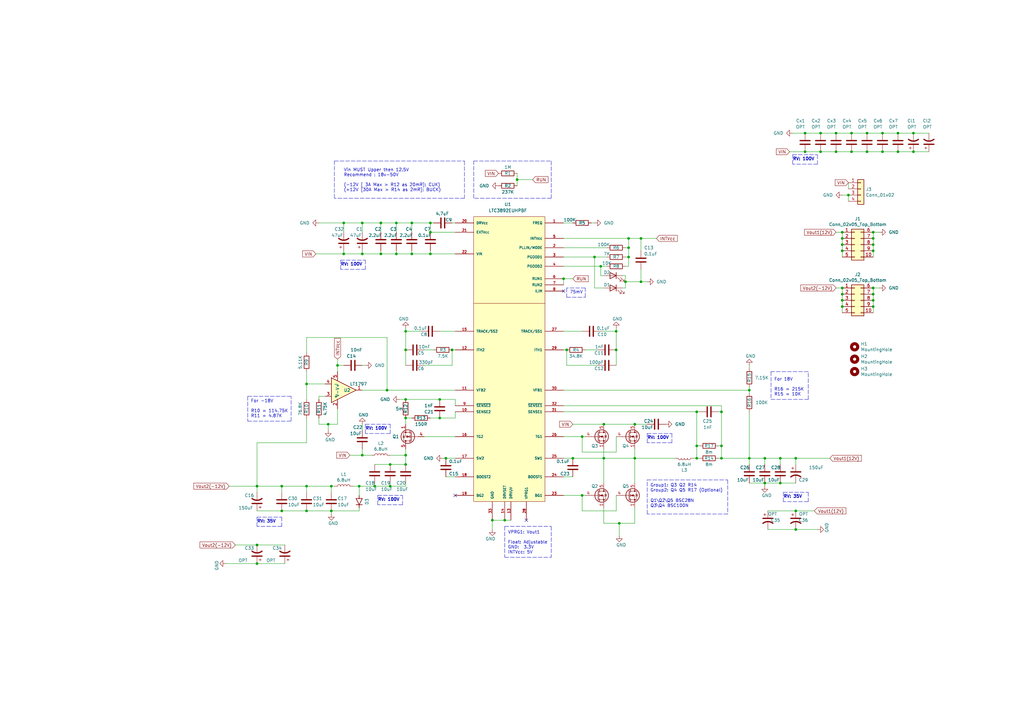
<source format=kicad_sch>
(kicad_sch (version 20210621) (generator eeschema)
  (paper "A3")
  (junction (at 105.41 199.39))
  (junction (at 105.41 223.52))
  (junction (at 105.41 231.14))
  (junction (at 115.57 199.39))
  (junction (at 115.57 209.55))
  (junction (at 125.73 157.48))
  (junction (at 125.73 199.39))
  (junction (at 125.73 209.55))
  (junction (at 134.62 173.99))
  (junction (at 135.89 199.39))
  (junction (at 135.89 209.55))
  (junction (at 138.43 149.86))
  (junction (at 140.97 91.44))
  (junction (at 140.97 104.14))
  (junction (at 147.32 199.39))
  (junction (at 148.59 91.44))
  (junction (at 148.59 104.14))
  (junction (at 148.59 186.69))
  (junction (at 153.67 199.39))
  (junction (at 156.21 91.44))
  (junction (at 156.21 104.14))
  (junction (at 158.75 160.02))
  (junction (at 160.02 190.5))
  (junction (at 160.02 199.39))
  (junction (at 162.56 91.44))
  (junction (at 162.56 104.14))
  (junction (at 166.37 135.89))
  (junction (at 166.37 143.51))
  (junction (at 166.37 163.83))
  (junction (at 166.37 171.45))
  (junction (at 166.37 186.69))
  (junction (at 166.37 190.5))
  (junction (at 168.91 91.44))
  (junction (at 168.91 104.14))
  (junction (at 176.53 91.44))
  (junction (at 176.53 95.25))
  (junction (at 176.53 104.14))
  (junction (at 180.34 163.83))
  (junction (at 180.34 171.45))
  (junction (at 182.88 187.96))
  (junction (at 185.42 143.51))
  (junction (at 201.93 213.36))
  (junction (at 207.01 213.36))
  (junction (at 212.09 73.66))
  (junction (at 231.14 114.3))
  (junction (at 232.41 143.51))
  (junction (at 234.95 187.96))
  (junction (at 238.76 179.07))
  (junction (at 238.76 203.2))
  (junction (at 243.84 105.41))
  (junction (at 246.38 109.22))
  (junction (at 247.65 173.99))
  (junction (at 247.65 187.96))
  (junction (at 252.73 135.89))
  (junction (at 252.73 143.51))
  (junction (at 254 214.63))
  (junction (at 256.54 115.57))
  (junction (at 257.81 97.79))
  (junction (at 257.81 101.6))
  (junction (at 257.81 105.41))
  (junction (at 260.35 173.99))
  (junction (at 260.35 187.96))
  (junction (at 262.89 97.79))
  (junction (at 262.89 115.57))
  (junction (at 285.75 168.91))
  (junction (at 285.75 182.88))
  (junction (at 285.75 187.96))
  (junction (at 295.91 168.91))
  (junction (at 295.91 182.88))
  (junction (at 295.91 187.96))
  (junction (at 307.34 160.02))
  (junction (at 307.34 187.96))
  (junction (at 313.69 187.96))
  (junction (at 313.69 198.12))
  (junction (at 320.04 187.96))
  (junction (at 320.04 198.12))
  (junction (at 326.39 187.96))
  (junction (at 326.39 209.55))
  (junction (at 326.39 217.17))
  (junction (at 330.2 54.61))
  (junction (at 330.2 62.23))
  (junction (at 336.55 54.61))
  (junction (at 336.55 62.23))
  (junction (at 342.9 54.61))
  (junction (at 342.9 62.23))
  (junction (at 345.44 95.25))
  (junction (at 345.44 97.79))
  (junction (at 345.44 100.33))
  (junction (at 345.44 102.87))
  (junction (at 345.44 118.11))
  (junction (at 345.44 120.65))
  (junction (at 345.44 123.19))
  (junction (at 345.44 125.73))
  (junction (at 347.98 80.01))
  (junction (at 349.25 54.61))
  (junction (at 349.25 62.23))
  (junction (at 355.6 54.61))
  (junction (at 355.6 62.23))
  (junction (at 358.14 95.25))
  (junction (at 358.14 97.79))
  (junction (at 358.14 100.33))
  (junction (at 358.14 102.87))
  (junction (at 358.14 118.11))
  (junction (at 358.14 120.65))
  (junction (at 358.14 123.19))
  (junction (at 358.14 125.73))
  (junction (at 361.95 54.61))
  (junction (at 361.95 62.23))
  (junction (at 368.3 54.61))
  (junction (at 368.3 62.23))
  (junction (at 374.65 54.61))
  (junction (at 374.65 62.23))
  (no_connect (at 186.69 203.2))
  (no_connect (at 215.9 213.36))
  (no_connect (at 231.14 119.38))
  (wire (pts (xy 92.71 231.14) (xy 105.41 231.14)))
  (wire (pts (xy 93.98 199.39) (xy 105.41 199.39)))
  (wire (pts (xy 105.41 181.61) (xy 105.41 199.39)))
  (wire (pts (xy 105.41 199.39) (xy 105.41 201.93)))
  (wire (pts (xy 105.41 199.39) (xy 115.57 199.39)))
  (wire (pts (xy 105.41 209.55) (xy 115.57 209.55)))
  (wire (pts (xy 105.41 223.52) (xy 96.52 223.52)))
  (wire (pts (xy 105.41 223.52) (xy 116.84 223.52)))
  (wire (pts (xy 105.41 231.14) (xy 116.84 231.14)))
  (wire (pts (xy 115.57 199.39) (xy 125.73 199.39)))
  (wire (pts (xy 115.57 201.93) (xy 115.57 199.39)))
  (wire (pts (xy 115.57 209.55) (xy 125.73 209.55)))
  (wire (pts (xy 125.73 138.43) (xy 125.73 144.78)))
  (wire (pts (xy 125.73 152.4) (xy 125.73 157.48)))
  (wire (pts (xy 125.73 157.48) (xy 125.73 163.83)))
  (wire (pts (xy 125.73 171.45) (xy 125.73 181.61)))
  (wire (pts (xy 125.73 181.61) (xy 105.41 181.61)))
  (wire (pts (xy 125.73 199.39) (xy 135.89 199.39)))
  (wire (pts (xy 125.73 201.93) (xy 125.73 199.39)))
  (wire (pts (xy 125.73 209.55) (xy 135.89 209.55)))
  (wire (pts (xy 129.54 104.14) (xy 140.97 104.14)))
  (wire (pts (xy 130.81 91.44) (xy 140.97 91.44)))
  (wire (pts (xy 130.81 162.56) (xy 133.35 162.56)))
  (wire (pts (xy 130.81 163.83) (xy 130.81 162.56)))
  (wire (pts (xy 130.81 171.45) (xy 130.81 173.99)))
  (wire (pts (xy 130.81 173.99) (xy 134.62 173.99)))
  (wire (pts (xy 133.35 157.48) (xy 125.73 157.48)))
  (wire (pts (xy 134.62 173.99) (xy 134.62 176.53)))
  (wire (pts (xy 135.89 199.39) (xy 135.89 201.93)))
  (wire (pts (xy 135.89 209.55) (xy 135.89 210.82)))
  (wire (pts (xy 135.89 209.55) (xy 147.32 209.55)))
  (wire (pts (xy 137.16 199.39) (xy 135.89 199.39)))
  (wire (pts (xy 138.43 149.86) (xy 138.43 147.32)))
  (wire (pts (xy 138.43 152.4) (xy 138.43 149.86)))
  (wire (pts (xy 138.43 173.99) (xy 134.62 173.99)))
  (wire (pts (xy 138.43 173.99) (xy 138.43 167.64)))
  (wire (pts (xy 140.97 91.44) (xy 148.59 91.44)))
  (wire (pts (xy 140.97 95.25) (xy 140.97 91.44)))
  (wire (pts (xy 140.97 102.87) (xy 140.97 104.14)))
  (wire (pts (xy 140.97 104.14) (xy 148.59 104.14)))
  (wire (pts (xy 140.97 149.86) (xy 138.43 149.86)))
  (wire (pts (xy 147.32 199.39) (xy 144.78 199.39)))
  (wire (pts (xy 147.32 203.2) (xy 147.32 199.39)))
  (wire (pts (xy 147.32 208.28) (xy 147.32 209.55)))
  (wire (pts (xy 148.59 91.44) (xy 156.21 91.44)))
  (wire (pts (xy 148.59 95.25) (xy 148.59 91.44)))
  (wire (pts (xy 148.59 102.87) (xy 148.59 104.14)))
  (wire (pts (xy 148.59 104.14) (xy 156.21 104.14)))
  (wire (pts (xy 148.59 149.86) (xy 149.86 149.86)))
  (wire (pts (xy 148.59 176.53) (xy 148.59 173.99)))
  (wire (pts (xy 148.59 184.15) (xy 148.59 186.69)))
  (wire (pts (xy 148.59 186.69) (xy 143.51 186.69)))
  (wire (pts (xy 152.4 186.69) (xy 148.59 186.69)))
  (wire (pts (xy 153.67 190.5) (xy 160.02 190.5)))
  (wire (pts (xy 153.67 198.12) (xy 153.67 199.39)))
  (wire (pts (xy 153.67 199.39) (xy 147.32 199.39)))
  (wire (pts (xy 156.21 91.44) (xy 162.56 91.44)))
  (wire (pts (xy 156.21 95.25) (xy 156.21 91.44)))
  (wire (pts (xy 156.21 102.87) (xy 156.21 104.14)))
  (wire (pts (xy 156.21 104.14) (xy 162.56 104.14)))
  (wire (pts (xy 158.75 138.43) (xy 125.73 138.43)))
  (wire (pts (xy 158.75 160.02) (xy 148.59 160.02)))
  (wire (pts (xy 158.75 160.02) (xy 158.75 138.43)))
  (wire (pts (xy 160.02 186.69) (xy 166.37 186.69)))
  (wire (pts (xy 160.02 190.5) (xy 166.37 190.5)))
  (wire (pts (xy 160.02 198.12) (xy 160.02 199.39)))
  (wire (pts (xy 160.02 199.39) (xy 153.67 199.39)))
  (wire (pts (xy 162.56 91.44) (xy 168.91 91.44)))
  (wire (pts (xy 162.56 95.25) (xy 162.56 91.44)))
  (wire (pts (xy 162.56 102.87) (xy 162.56 104.14)))
  (wire (pts (xy 162.56 104.14) (xy 168.91 104.14)))
  (wire (pts (xy 166.37 134.62) (xy 166.37 135.89)))
  (wire (pts (xy 166.37 135.89) (xy 172.72 135.89)))
  (wire (pts (xy 166.37 143.51) (xy 166.37 135.89)))
  (wire (pts (xy 166.37 149.86) (xy 166.37 143.51)))
  (wire (pts (xy 166.37 163.83) (xy 163.83 163.83)))
  (wire (pts (xy 166.37 171.45) (xy 166.37 173.99)))
  (wire (pts (xy 166.37 184.15) (xy 166.37 186.69)))
  (wire (pts (xy 166.37 186.69) (xy 166.37 190.5)))
  (wire (pts (xy 166.37 198.12) (xy 166.37 199.39)))
  (wire (pts (xy 166.37 199.39) (xy 160.02 199.39)))
  (wire (pts (xy 168.91 91.44) (xy 176.53 91.44)))
  (wire (pts (xy 168.91 95.25) (xy 168.91 91.44)))
  (wire (pts (xy 168.91 102.87) (xy 168.91 104.14)))
  (wire (pts (xy 168.91 104.14) (xy 176.53 104.14)))
  (wire (pts (xy 168.91 171.45) (xy 166.37 171.45)))
  (wire (pts (xy 176.53 91.44) (xy 177.8 91.44)))
  (wire (pts (xy 176.53 95.25) (xy 176.53 91.44)))
  (wire (pts (xy 176.53 95.25) (xy 186.69 95.25)))
  (wire (pts (xy 176.53 102.87) (xy 176.53 104.14)))
  (wire (pts (xy 177.8 143.51) (xy 173.99 143.51)))
  (wire (pts (xy 180.34 135.89) (xy 186.69 135.89)))
  (wire (pts (xy 180.34 163.83) (xy 166.37 163.83)))
  (wire (pts (xy 180.34 163.83) (xy 186.69 163.83)))
  (wire (pts (xy 180.34 171.45) (xy 176.53 171.45)))
  (wire (pts (xy 180.34 171.45) (xy 186.69 171.45)))
  (wire (pts (xy 181.61 187.96) (xy 182.88 187.96)))
  (wire (pts (xy 182.88 187.96) (xy 186.69 187.96)))
  (wire (pts (xy 185.42 143.51) (xy 185.42 149.86)))
  (wire (pts (xy 185.42 143.51) (xy 186.69 143.51)))
  (wire (pts (xy 185.42 149.86) (xy 173.99 149.86)))
  (wire (pts (xy 186.69 91.44) (xy 185.42 91.44)))
  (wire (pts (xy 186.69 104.14) (xy 176.53 104.14)))
  (wire (pts (xy 186.69 160.02) (xy 158.75 160.02)))
  (wire (pts (xy 186.69 163.83) (xy 186.69 166.37)))
  (wire (pts (xy 186.69 171.45) (xy 186.69 168.91)))
  (wire (pts (xy 186.69 179.07) (xy 173.99 179.07)))
  (wire (pts (xy 186.69 195.58) (xy 182.88 195.58)))
  (wire (pts (xy 201.93 213.36) (xy 201.93 217.17)))
  (wire (pts (xy 207.01 213.36) (xy 201.93 213.36)))
  (wire (pts (xy 209.55 213.36) (xy 207.01 213.36)))
  (wire (pts (xy 212.09 71.12) (xy 212.09 73.66)))
  (wire (pts (xy 212.09 73.66) (xy 212.09 76.2)))
  (wire (pts (xy 212.09 73.66) (xy 218.44 73.66)))
  (wire (pts (xy 231.14 97.79) (xy 257.81 97.79)))
  (wire (pts (xy 231.14 105.41) (xy 243.84 105.41)))
  (wire (pts (xy 231.14 109.22) (xy 246.38 109.22)))
  (wire (pts (xy 231.14 114.3) (xy 234.95 114.3)))
  (wire (pts (xy 231.14 116.84) (xy 231.14 114.3)))
  (wire (pts (xy 231.14 160.02) (xy 307.34 160.02)))
  (wire (pts (xy 231.14 166.37) (xy 295.91 166.37)))
  (wire (pts (xy 231.14 168.91) (xy 285.75 168.91)))
  (wire (pts (xy 231.14 195.58) (xy 234.95 195.58)))
  (wire (pts (xy 232.41 143.51) (xy 231.14 143.51)))
  (wire (pts (xy 232.41 143.51) (xy 232.41 149.86)))
  (wire (pts (xy 232.41 149.86) (xy 245.11 149.86)))
  (wire (pts (xy 234.95 91.44) (xy 231.14 91.44)))
  (wire (pts (xy 234.95 173.99) (xy 247.65 173.99)))
  (wire (pts (xy 234.95 187.96) (xy 231.14 187.96)))
  (wire (pts (xy 234.95 187.96) (xy 247.65 187.96)))
  (wire (pts (xy 238.76 135.89) (xy 231.14 135.89)))
  (wire (pts (xy 238.76 179.07) (xy 231.14 179.07)))
  (wire (pts (xy 238.76 185.42) (xy 238.76 179.07)))
  (wire (pts (xy 238.76 203.2) (xy 231.14 203.2)))
  (wire (pts (xy 238.76 209.55) (xy 238.76 203.2)))
  (wire (pts (xy 240.03 143.51) (xy 245.11 143.51)))
  (wire (pts (xy 240.03 179.07) (xy 238.76 179.07)))
  (wire (pts (xy 240.03 203.2) (xy 238.76 203.2)))
  (wire (pts (xy 242.57 91.44) (xy 243.84 91.44)))
  (wire (pts (xy 243.84 105.41) (xy 248.92 105.41)))
  (wire (pts (xy 243.84 118.11) (xy 243.84 105.41)))
  (wire (pts (xy 246.38 109.22) (xy 248.92 109.22)))
  (wire (pts (xy 246.38 113.03) (xy 246.38 109.22)))
  (wire (pts (xy 246.38 135.89) (xy 252.73 135.89)))
  (wire (pts (xy 247.65 113.03) (xy 246.38 113.03)))
  (wire (pts (xy 247.65 118.11) (xy 243.84 118.11)))
  (wire (pts (xy 247.65 173.99) (xy 260.35 173.99)))
  (wire (pts (xy 247.65 184.15) (xy 247.65 187.96)))
  (wire (pts (xy 247.65 187.96) (xy 247.65 198.12)))
  (wire (pts (xy 247.65 187.96) (xy 260.35 187.96)))
  (wire (pts (xy 247.65 208.28) (xy 247.65 214.63)))
  (wire (pts (xy 247.65 214.63) (xy 254 214.63)))
  (wire (pts (xy 248.92 101.6) (xy 231.14 101.6)))
  (wire (pts (xy 252.73 135.89) (xy 252.73 134.62)))
  (wire (pts (xy 252.73 143.51) (xy 252.73 135.89)))
  (wire (pts (xy 252.73 149.86) (xy 252.73 143.51)))
  (wire (pts (xy 252.73 179.07) (xy 252.73 185.42)))
  (wire (pts (xy 252.73 185.42) (xy 238.76 185.42)))
  (wire (pts (xy 252.73 203.2) (xy 252.73 209.55)))
  (wire (pts (xy 252.73 209.55) (xy 238.76 209.55)))
  (wire (pts (xy 254 214.63) (xy 260.35 214.63)))
  (wire (pts (xy 254 219.71) (xy 254 214.63)))
  (wire (pts (xy 255.27 113.03) (xy 256.54 113.03)))
  (wire (pts (xy 256.54 105.41) (xy 257.81 105.41)))
  (wire (pts (xy 256.54 109.22) (xy 257.81 109.22)))
  (wire (pts (xy 256.54 113.03) (xy 256.54 115.57)))
  (wire (pts (xy 256.54 115.57) (xy 256.54 118.11)))
  (wire (pts (xy 256.54 115.57) (xy 262.89 115.57)))
  (wire (pts (xy 256.54 118.11) (xy 255.27 118.11)))
  (wire (pts (xy 257.81 97.79) (xy 257.81 101.6)))
  (wire (pts (xy 257.81 97.79) (xy 262.89 97.79)))
  (wire (pts (xy 257.81 101.6) (xy 256.54 101.6)))
  (wire (pts (xy 257.81 101.6) (xy 257.81 105.41)))
  (wire (pts (xy 257.81 105.41) (xy 257.81 109.22)))
  (wire (pts (xy 260.35 173.99) (xy 265.43 173.99)))
  (wire (pts (xy 260.35 184.15) (xy 260.35 187.96)))
  (wire (pts (xy 260.35 187.96) (xy 260.35 198.12)))
  (wire (pts (xy 260.35 187.96) (xy 276.86 187.96)))
  (wire (pts (xy 260.35 208.28) (xy 260.35 214.63)))
  (wire (pts (xy 262.89 97.79) (xy 262.89 102.87)))
  (wire (pts (xy 262.89 97.79) (xy 269.24 97.79)))
  (wire (pts (xy 262.89 110.49) (xy 262.89 115.57)))
  (wire (pts (xy 262.89 115.57) (xy 265.43 115.57)))
  (wire (pts (xy 285.75 168.91) (xy 285.75 182.88)))
  (wire (pts (xy 285.75 182.88) (xy 285.75 187.96)))
  (wire (pts (xy 285.75 187.96) (xy 284.48 187.96)))
  (wire (pts (xy 287.02 168.91) (xy 285.75 168.91)))
  (wire (pts (xy 287.02 182.88) (xy 285.75 182.88)))
  (wire (pts (xy 287.02 187.96) (xy 285.75 187.96)))
  (wire (pts (xy 294.64 168.91) (xy 295.91 168.91)))
  (wire (pts (xy 294.64 182.88) (xy 295.91 182.88)))
  (wire (pts (xy 294.64 187.96) (xy 295.91 187.96)))
  (wire (pts (xy 295.91 166.37) (xy 295.91 168.91)))
  (wire (pts (xy 295.91 168.91) (xy 295.91 182.88)))
  (wire (pts (xy 295.91 182.88) (xy 295.91 187.96)))
  (wire (pts (xy 295.91 187.96) (xy 307.34 187.96)))
  (wire (pts (xy 307.34 151.13) (xy 307.34 149.86)))
  (wire (pts (xy 307.34 160.02) (xy 307.34 158.75)))
  (wire (pts (xy 307.34 160.02) (xy 307.34 161.29)))
  (wire (pts (xy 307.34 168.91) (xy 307.34 187.96)))
  (wire (pts (xy 307.34 187.96) (xy 313.69 187.96)))
  (wire (pts (xy 307.34 190.5) (xy 307.34 187.96)))
  (wire (pts (xy 307.34 198.12) (xy 313.69 198.12)))
  (wire (pts (xy 313.69 187.96) (xy 320.04 187.96)))
  (wire (pts (xy 313.69 190.5) (xy 313.69 187.96)))
  (wire (pts (xy 313.69 198.12) (xy 313.69 199.39)))
  (wire (pts (xy 313.69 198.12) (xy 320.04 198.12)))
  (wire (pts (xy 320.04 187.96) (xy 326.39 187.96)))
  (wire (pts (xy 320.04 190.5) (xy 320.04 187.96)))
  (wire (pts (xy 323.85 62.23) (xy 330.2 62.23)))
  (wire (pts (xy 325.12 54.61) (xy 330.2 54.61)))
  (wire (pts (xy 326.39 187.96) (xy 340.36 187.96)))
  (wire (pts (xy 326.39 190.5) (xy 326.39 187.96)))
  (wire (pts (xy 326.39 198.12) (xy 320.04 198.12)))
  (wire (pts (xy 326.39 209.55) (xy 314.96 209.55)))
  (wire (pts (xy 326.39 217.17) (xy 314.96 217.17)))
  (wire (pts (xy 326.39 217.17) (xy 335.28 217.17)))
  (wire (pts (xy 330.2 54.61) (xy 336.55 54.61)))
  (wire (pts (xy 334.01 209.55) (xy 326.39 209.55)))
  (wire (pts (xy 336.55 54.61) (xy 342.9 54.61)))
  (wire (pts (xy 336.55 62.23) (xy 330.2 62.23)))
  (wire (pts (xy 342.9 54.61) (xy 349.25 54.61)))
  (wire (pts (xy 342.9 62.23) (xy 336.55 62.23)))
  (wire (pts (xy 342.9 118.11) (xy 345.44 118.11)))
  (wire (pts (xy 345.44 95.25) (xy 342.9 95.25)))
  (wire (pts (xy 345.44 95.25) (xy 345.44 97.79)))
  (wire (pts (xy 345.44 97.79) (xy 345.44 100.33)))
  (wire (pts (xy 345.44 100.33) (xy 345.44 102.87)))
  (wire (pts (xy 345.44 102.87) (xy 345.44 105.41)))
  (wire (pts (xy 345.44 118.11) (xy 345.44 120.65)))
  (wire (pts (xy 345.44 120.65) (xy 345.44 123.19)))
  (wire (pts (xy 345.44 123.19) (xy 345.44 125.73)))
  (wire (pts (xy 345.44 125.73) (xy 345.44 128.27)))
  (wire (pts (xy 347.98 74.93) (xy 347.98 77.47)))
  (wire (pts (xy 347.98 80.01) (xy 345.44 80.01)))
  (wire (pts (xy 347.98 80.01) (xy 347.98 82.55)))
  (wire (pts (xy 349.25 54.61) (xy 355.6 54.61)))
  (wire (pts (xy 349.25 62.23) (xy 342.9 62.23)))
  (wire (pts (xy 349.25 62.23) (xy 355.6 62.23)))
  (wire (pts (xy 355.6 54.61) (xy 361.95 54.61)))
  (wire (pts (xy 355.6 62.23) (xy 361.95 62.23)))
  (wire (pts (xy 358.14 95.25) (xy 358.14 97.79)))
  (wire (pts (xy 358.14 95.25) (xy 360.68 95.25)))
  (wire (pts (xy 358.14 97.79) (xy 358.14 100.33)))
  (wire (pts (xy 358.14 100.33) (xy 358.14 102.87)))
  (wire (pts (xy 358.14 102.87) (xy 358.14 105.41)))
  (wire (pts (xy 358.14 118.11) (xy 358.14 120.65)))
  (wire (pts (xy 358.14 118.11) (xy 360.68 118.11)))
  (wire (pts (xy 358.14 120.65) (xy 358.14 123.19)))
  (wire (pts (xy 358.14 123.19) (xy 358.14 125.73)))
  (wire (pts (xy 358.14 125.73) (xy 358.14 128.27)))
  (wire (pts (xy 361.95 54.61) (xy 368.3 54.61)))
  (wire (pts (xy 361.95 62.23) (xy 368.3 62.23)))
  (wire (pts (xy 368.3 54.61) (xy 374.65 54.61)))
  (wire (pts (xy 368.3 62.23) (xy 374.65 62.23)))
  (wire (pts (xy 374.65 54.61) (xy 381 54.61)))
  (wire (pts (xy 381 62.23) (xy 374.65 62.23)))
  (polyline (pts (xy 101.6 162.56) (xy 101.6 172.72)))
  (polyline (pts (xy 101.6 172.72) (xy 119.38 172.72)))
  (polyline (pts (xy 105.41 212.09) (xy 115.57 212.09)))
  (polyline (pts (xy 105.41 215.9) (xy 105.41 212.09)))
  (polyline (pts (xy 115.57 212.09) (xy 115.57 215.9)))
  (polyline (pts (xy 115.57 215.9) (xy 105.41 215.9)))
  (polyline (pts (xy 119.38 162.56) (xy 101.6 162.56)))
  (polyline (pts (xy 119.38 172.72) (xy 119.38 162.56)))
  (polyline (pts (xy 137.16 66.04) (xy 190.5 66.04)))
  (polyline (pts (xy 137.16 81.28) (xy 137.16 66.04)))
  (polyline (pts (xy 139.7 106.68) (xy 149.86 106.68)))
  (polyline (pts (xy 139.7 110.49) (xy 139.7 106.68)))
  (polyline (pts (xy 149.86 106.68) (xy 149.86 110.49)))
  (polyline (pts (xy 149.86 110.49) (xy 139.7 110.49)))
  (polyline (pts (xy 149.86 173.99) (xy 160.02 173.99)))
  (polyline (pts (xy 149.86 177.8) (xy 149.86 173.99)))
  (polyline (pts (xy 154.94 203.2) (xy 165.1 203.2)))
  (polyline (pts (xy 154.94 207.01) (xy 154.94 203.2)))
  (polyline (pts (xy 160.02 173.99) (xy 160.02 177.8)))
  (polyline (pts (xy 160.02 177.8) (xy 149.86 177.8)))
  (polyline (pts (xy 165.1 203.2) (xy 165.1 207.01)))
  (polyline (pts (xy 165.1 207.01) (xy 154.94 207.01)))
  (polyline (pts (xy 190.5 66.04) (xy 190.5 81.28)))
  (polyline (pts (xy 190.5 81.28) (xy 137.16 81.28)))
  (polyline (pts (xy 194.31 66.04) (xy 226.06 66.04)))
  (polyline (pts (xy 194.31 81.28) (xy 194.31 66.04)))
  (polyline (pts (xy 207.01 215.9) (xy 207.01 228.6)))
  (polyline (pts (xy 207.01 215.9) (xy 226.06 215.9)))
  (polyline (pts (xy 207.01 228.6) (xy 226.06 228.6)))
  (polyline (pts (xy 226.06 66.04) (xy 226.06 81.28)))
  (polyline (pts (xy 226.06 81.28) (xy 194.31 81.28)))
  (polyline (pts (xy 226.06 215.9) (xy 226.06 228.6)))
  (polyline (pts (xy 232.41 118.11) (xy 232.41 121.92)))
  (polyline (pts (xy 232.41 121.92) (xy 240.03 121.92)))
  (polyline (pts (xy 240.03 118.11) (xy 232.41 118.11)))
  (polyline (pts (xy 240.03 121.92) (xy 240.03 118.11)))
  (polyline (pts (xy 265.43 177.8) (xy 275.59 177.8)))
  (polyline (pts (xy 265.43 181.61) (xy 265.43 177.8)))
  (polyline (pts (xy 265.43 196.85) (xy 298.45 196.85)))
  (polyline (pts (xy 265.43 210.82) (xy 265.43 196.85)))
  (polyline (pts (xy 275.59 177.8) (xy 275.59 181.61)))
  (polyline (pts (xy 275.59 181.61) (xy 265.43 181.61)))
  (polyline (pts (xy 298.45 196.85) (xy 298.45 210.82)))
  (polyline (pts (xy 298.45 210.82) (xy 265.43 210.82)))
  (polyline (pts (xy 316.23 152.4) (xy 316.23 163.83)))
  (polyline (pts (xy 316.23 163.83) (xy 331.47 163.83)))
  (polyline (pts (xy 321.31 201.93) (xy 331.47 201.93)))
  (polyline (pts (xy 321.31 205.74) (xy 321.31 201.93)))
  (polyline (pts (xy 325.12 63.5) (xy 335.28 63.5)))
  (polyline (pts (xy 325.12 67.31) (xy 325.12 63.5)))
  (polyline (pts (xy 331.47 152.4) (xy 316.23 152.4)))
  (polyline (pts (xy 331.47 163.83) (xy 331.47 152.4)))
  (polyline (pts (xy 331.47 201.93) (xy 331.47 205.74)))
  (polyline (pts (xy 331.47 205.74) (xy 321.31 205.74)))
  (polyline (pts (xy 335.28 63.5) (xy 335.28 67.31)))
  (polyline (pts (xy 335.28 67.31) (xy 325.12 67.31)))
  (text "For -18V\n\nR10 = 114.75K\nR11 = 4.87K" (at 102.87 171.45 0) (effects (font (size 1.27 1.27)) (justify left bottom)))
  (text "RV: 35V" (at 105.41 214.63 0) (effects (font (size 1.27 1.27) (thickness 0.254) bold) (justify left bottom)))
  (text "RV: 100V" (at 139.7 109.22 0) (effects (font (size 1.27 1.27) (thickness 0.254) bold) (justify left bottom)))
  (text "Vin MUST Upper then 12.5V\nRecommend : 18v-50V\n\n(-12V [ 3A Max > R12 as 20mR]: CUK)\n(+12V [30A Max > R14 as 2mR]: BUCK)" (at 140.97 78.74 0) (effects (font (size 1.27 1.27)) (justify left bottom)))
  (text "RV: 100V" (at 149.86 176.53 0) (effects (font (size 1.27 1.27) (thickness 0.254) bold) (justify left bottom)))
  (text "RV: 100V" (at 154.94 205.74 0) (effects (font (size 1.27 1.27) (thickness 0.254) bold) (justify left bottom)))
  (text "VPRG1: Vout1\n\nFloat: Adjustable\nGND:  3.3V\nINTVcc: 5V" (at 208.28 227.33 0) (effects (font (size 1.27 1.27)) (justify left bottom)))
  (text "75mV" (at 233.68 120.65 0) (effects (font (size 1.27 1.27)) (justify left bottom)))
  (text "RV: 100V" (at 265.43 180.34 0) (effects (font (size 1.27 1.27) (thickness 0.254) bold) (justify left bottom)))
  (text "Group1: Q3 Q2 R14\nGroup2: Q4 Q5 R17 (Optional)" (at 266.7 201.93 0) (effects (font (size 1.27 1.27)) (justify left bottom)))
  (text "Q1\\Q2\\Q5 BSC28N\nQ3\\Q4 BSC100N" (at 266.7 208.28 0) (effects (font (size 1.27 1.27)) (justify left bottom)))
  (text "For 18V\n\nR16 = 215K\nR15 = 10K" (at 317.5 162.56 0) (effects (font (size 1.27 1.27)) (justify left bottom)))
  (text "RV: 35V" (at 321.31 204.47 0) (effects (font (size 1.27 1.27) (thickness 0.254) bold) (justify left bottom)))
  (text "RV: 100V" (at 325.12 66.04 0) (effects (font (size 1.27 1.27) (thickness 0.254) bold) (justify left bottom)))
  (global_label "Vout2(-12V)" (shape input) (at 93.98 199.39 180) (property "Intersheet References" "${INTERSHEET_REFS}" (effects hide)))
  (global_label "Vout2(-12V)" (shape input) (at 96.52 223.52 180) (property "Intersheet References" "${INTERSHEET_REFS}" (effects hide)))
  (global_label "VIN" (shape input) (at 129.54 104.14 180) (property "Intersheet References" "${INTERSHEET_REFS}" (effects hide)))
  (global_label "INTVcc" (shape input) (at 138.43 147.32 90) (property "Intersheet References" "${INTERSHEET_REFS}" (effects hide)))
  (global_label "VIN" (shape input) (at 143.51 186.69 180) (property "Intersheet References" "${INTERSHEET_REFS}" (effects hide)))
  (global_label "VIN" (shape input) (at 204.47 71.12 180) (property "Intersheet References" "${INTERSHEET_REFS}" (effects hide)))
  (global_label "RUN" (shape input) (at 218.44 73.66 0) (property "Intersheet References" "${INTERSHEET_REFS}" (effects hide)))
  (global_label "RUN" (shape input) (at 234.95 114.3 0) (property "Intersheet References" "${INTERSHEET_REFS}" (effects hide)))
  (global_label "VIN" (shape input) (at 234.95 173.99 180) (property "Intersheet References" "${INTERSHEET_REFS}" (effects hide)))
  (global_label "INTVcc" (shape input) (at 269.24 97.79 0) (property "Intersheet References" "${INTERSHEET_REFS}" (effects hide)))
  (global_label "VIN" (shape input) (at 323.85 62.23 180) (property "Intersheet References" "${INTERSHEET_REFS}" (effects hide)))
  (global_label "Vout1(12V)" (shape input) (at 334.01 209.55 0) (property "Intersheet References" "${INTERSHEET_REFS}" (effects hide)))
  (global_label "Vout1(12V)" (shape input) (at 340.36 187.96 0) (property "Intersheet References" "${INTERSHEET_REFS}" (effects hide)))
  (global_label "Vout1(12V)" (shape input) (at 342.9 95.25 180) (property "Intersheet References" "${INTERSHEET_REFS}" (effects hide)))
  (global_label "Vout2(-12V)" (shape input) (at 342.9 118.11 180) (property "Intersheet References" "${INTERSHEET_REFS}" (effects hide)))
  (global_label "VIN" (shape input) (at 347.98 74.93 180) (property "Intersheet References" "${INTERSHEET_REFS}" (effects hide)))
  (symbol (lib_id "power:GND") (at 92.71 231.14 270) (mirror x) (unit 1)
    (property "Reference" "#PWR0101" (effects hide))
    (property "Value" "GND" (at 88.9 229.87 0) (effects (justify right)))
  )
  (symbol (lib_id "power:GND") (at 130.81 91.44 270) (mirror x) (unit 1)
    (property "Reference" "#PWR01" (effects hide))
    (property "Value" "GND" (at 127 91.44 90) (effects (justify right)))
  )
  (symbol (lib_id "power:GND") (at 134.62 176.53 0) (mirror y) (unit 1)
    (property "Reference" "#PWR010" (effects hide))
    (property "Value" "GND" (at 133.35 180.34 0) (effects (justify right)))
  )
  (symbol (lib_id "power:GND") (at 135.89 210.82 0) (mirror y) (unit 1)
    (property "Reference" "#PWR02" (effects hide))
    (property "Value" "GND" (at 134.62 214.63 0) (effects (justify right)))
  )
  (symbol (lib_id "power:GND") (at 148.59 173.99 0) (mirror x) (unit 1)
    (property "Reference" "#PWR013" (effects hide))
    (property "Value" "GND" (at 151.13 170.18 0) (effects (justify right)))
  )
  (symbol (lib_id "power:GND") (at 149.86 149.86 90) (mirror x) (unit 1)
    (property "Reference" "#PWR011" (effects hide))
    (property "Value" "GND" (at 153.67 149.86 90) (effects (justify right)))
  )
  (symbol (lib_id "power:GND") (at 163.83 163.83 270) (mirror x) (unit 1)
    (property "Reference" "#PWR03" (effects hide))
    (property "Value" "GND" (at 160.02 163.83 90) (effects (justify right)))
  )
  (symbol (lib_id "power:GND") (at 166.37 134.62 0) (mirror x) (unit 1)
    (property "Reference" "#PWR05" (effects hide))
    (property "Value" "GND" (at 167.64 130.81 0) (effects (justify right)))
  )
  (symbol (lib_id "power:GND") (at 181.61 187.96 270) (mirror x) (unit 1)
    (property "Reference" "#PWR012" (effects hide))
    (property "Value" "GND" (at 177.8 187.96 90) (effects (justify right)))
  )
  (symbol (lib_id "power:GND") (at 201.93 217.17 0) (unit 1)
    (property "Reference" "#PWR06" (effects hide))
    (property "Value" "GND" (at 203.2 220.98 0) (effects (justify right)))
  )
  (symbol (lib_id "power:GND") (at 204.47 76.2 270) (unit 1)
    (property "Reference" "#PWR04" (effects hide))
    (property "Value" "GND" (at 200.66 76.2 90) (effects (justify right)))
  )
  (symbol (lib_id "power:GND") (at 243.84 91.44 90) (mirror x) (unit 1)
    (property "Reference" "#PWR07" (effects hide))
    (property "Value" "GND" (at 247.65 91.44 90) (effects (justify right)))
  )
  (symbol (lib_id "power:GND") (at 252.73 134.62 0) (mirror x) (unit 1)
    (property "Reference" "#PWR08" (effects hide))
    (property "Value" "GND" (at 255.27 130.81 0) (effects (justify right)))
  )
  (symbol (lib_id "power:GND") (at 254 219.71 0) (mirror y) (unit 1)
    (property "Reference" "#PWR015" (effects hide))
    (property "Value" "GND" (at 252.73 223.52 0) (effects (justify right)))
  )
  (symbol (lib_id "power:GND") (at 265.43 115.57 90) (mirror x) (unit 1)
    (property "Reference" "#PWR09" (effects hide))
    (property "Value" "GND" (at 269.24 115.57 90) (effects (justify right)))
  )
  (symbol (lib_id "power:GND") (at 273.05 173.99 90) (mirror x) (unit 1)
    (property "Reference" "#PWR014" (effects hide))
    (property "Value" "GND" (at 276.86 173.99 90) (effects (justify right)))
  )
  (symbol (lib_id "power:GND") (at 307.34 149.86 0) (mirror x) (unit 1)
    (property "Reference" "#PWR016" (effects hide))
    (property "Value" "GND" (at 309.88 146.05 0) (effects (justify right)))
  )
  (symbol (lib_id "power:GND") (at 313.69 199.39 0) (mirror y) (unit 1)
    (property "Reference" "#PWR017" (effects hide))
    (property "Value" "GND" (at 312.42 203.2 0) (effects (justify right)))
  )
  (symbol (lib_id "power:GND") (at 325.12 54.61 270) (mirror x) (unit 1)
    (property "Reference" "#PWR021" (effects hide))
    (property "Value" "GND" (at 321.31 54.61 90) (effects (justify right)))
  )
  (symbol (lib_id "power:GND") (at 335.28 217.17 90) (mirror x) (unit 1)
    (property "Reference" "#PWR0102" (effects hide))
    (property "Value" "GND" (at 339.09 218.44 0) (effects (justify right)))
  )
  (symbol (lib_id "power:GND") (at 345.44 80.01 270) (mirror x) (unit 1)
    (property "Reference" "#PWR018" (effects hide))
    (property "Value" "GND" (at 341.63 80.01 90) (effects (justify right)))
  )
  (symbol (lib_id "power:GND") (at 360.68 95.25 90) (mirror x) (unit 1)
    (property "Reference" "#PWR019" (effects hide))
    (property "Value" "GND" (at 364.49 95.25 90) (effects (justify right)))
  )
  (symbol (lib_id "power:GND") (at 360.68 118.11 90) (mirror x) (unit 1)
    (property "Reference" "#PWR020" (effects hide))
    (property "Value" "GND" (at 364.49 118.11 90) (effects (justify right)))
  )
  (symbol (lib_id "Device:L") (at 140.97 199.39 90) (unit 1)
    (property "Reference" "L1" (at 140.97 194.564 90))
    (property "Value" "6.8uH" (at 140.97 196.8754 90))
    (property "Footprint" "Inductor_SMD:L_Wuerth_HCM-1350" (effects hide))
  )
  (symbol (lib_id "Device:L") (at 156.21 186.69 90) (unit 1)
    (property "Reference" "L2" (at 156.21 181.864 90))
    (property "Value" "6.8uH" (at 156.21 184.1754 90))
    (property "Footprint" "Inductor_SMD:L_Wuerth_HCM-1350" (effects hide))
  )
  (symbol (lib_id "Device:L") (at 280.67 187.96 90) (mirror x) (unit 1)
    (property "Reference" "L3" (at 280.67 192.786 90))
    (property "Value" "6.8uH" (at 280.67 190.4746 90))
    (property "Footprint" "Inductor_SMD:L_Wuerth_HCM-1350" (effects hide))
  )
  (symbol (lib_id "Mechanical:MountingHole") (at 350.52 142.24 0) (unit 1)
    (property "Reference" "H1" (at 353.06 141.0716 0) (effects (justify left)))
    (property "Value" "MountingHole" (at 353.06 143.383 0) (effects (justify left)))
    (property "Footprint" "MountingHole:MountingHole_2.2mm_M2" (effects hide))
  )
  (symbol (lib_id "Mechanical:MountingHole") (at 350.52 147.32 0) (unit 1)
    (property "Reference" "H2" (at 353.06 146.1516 0) (effects (justify left)))
    (property "Value" "MountingHole" (at 353.06 148.463 0) (effects (justify left)))
    (property "Footprint" "MountingHole:MountingHole_2.2mm_M2" (effects hide))
  )
  (symbol (lib_id "Mechanical:MountingHole") (at 350.52 152.4 0) (unit 1)
    (property "Reference" "H3" (at 353.06 151.2316 0) (effects (justify left)))
    (property "Value" "MountingHole" (at 353.06 153.543 0) (effects (justify left)))
    (property "Footprint" "MountingHole:MountingHole_2.2mm_M2" (effects hide))
  )
  (symbol (lib_id "SBR8U60P5-13:SBR8U60P5-13") (at 147.32 205.74 270) (unit 1)
    (property "Reference" "D3" (at 150.495 205.74 0))
    (property "Value" "SBR8U60P5-13" (effects hide))
    (property "Footprint" "DIO_PDS360-13" (effects hide))
    (property "MPN" "SBR8U60P5-13" (effects hide))
  )
  (symbol (lib_id "Device:R") (at 125.73 148.59 0) (mirror y) (unit 1)
    (property "Reference" "R9" (at 125.73 148.59 90))
    (property "Value" "5.11K" (at 123.19 148.59 90))
    (property "Footprint" "Resistor_SMD:R_0402_1005Metric" (effects hide))
  )
  (symbol (lib_id "Device:R") (at 125.73 167.64 0) (mirror y) (unit 1)
    (property "Reference" "R10" (at 125.73 167.64 90))
    (property "Value" "76.8K" (at 123.19 167.64 90))
    (property "Footprint" "Resistor_SMD:R_0402_1005Metric" (effects hide))
  )
  (symbol (lib_id "Device:R") (at 130.81 167.64 0) (unit 1)
    (property "Reference" "R11" (at 130.81 167.64 90))
    (property "Value" "4.75K" (at 133.35 167.64 90))
    (property "Footprint" "Resistor_SMD:R_0402_1005Metric" (effects hide))
  )
  (symbol (lib_id "Device:R") (at 166.37 167.64 0) (mirror x) (unit 1)
    (property "Reference" "R12" (at 166.37 167.64 90))
    (property "Value" "5m" (at 163.83 167.64 0))
    (property "Footprint" "Resistor_SMD:R_2512_6332Metric" (effects hide))
  )
  (symbol (lib_id "Device:R") (at 172.72 171.45 90) (mirror x) (unit 1)
    (property "Reference" "R13" (at 172.72 171.45 90))
    (property "Value" "150R" (at 172.72 173.99 90))
    (property "Footprint" "Resistor_SMD:R_0402_1005Metric" (effects hide))
  )
  (symbol (lib_id "Device:R") (at 181.61 143.51 90) (mirror x) (unit 1)
    (property "Reference" "R3" (at 181.61 143.51 90))
    (property "Value" "7.5K" (at 181.61 146.05 90))
    (property "Footprint" "Resistor_SMD:R_0402_1005Metric" (effects hide))
  )
  (symbol (lib_id "Device:R") (at 208.28 71.12 270) (mirror x) (unit 1)
    (property "Reference" "R1" (at 208.28 71.12 90))
    (property "Value" "1M" (at 208.28 68.58 90))
    (property "Footprint" "Resistor_SMD:R_0402_1005Metric" (effects hide))
  )
  (symbol (lib_id "Device:R") (at 208.28 76.2 90) (mirror x) (unit 1)
    (property "Reference" "R2" (at 208.28 76.2 90))
    (property "Value" "237K" (at 208.28 78.74 90))
    (property "Footprint" "Resistor_SMD:R_0402_1005Metric" (effects hide))
  )
  (symbol (lib_id "Device:R") (at 236.22 143.51 90) (mirror x) (unit 1)
    (property "Reference" "R4" (at 236.22 143.51 90))
    (property "Value" "34.8K" (at 236.22 146.05 90))
    (property "Footprint" "Resistor_SMD:R_0402_1005Metric" (effects hide))
  )
  (symbol (lib_id "Device:R") (at 238.76 91.44 90) (mirror x) (unit 1)
    (property "Reference" "R5" (at 238.76 91.44 90))
    (property "Value" "100K" (at 233.68 90.17 90))
    (property "Footprint" "Resistor_SMD:R_0402_1005Metric" (effects hide))
  )
  (symbol (lib_id "Device:R") (at 252.73 101.6 90) (mirror x) (unit 1)
    (property "Reference" "R6" (at 252.73 101.6 90))
    (property "Value" "100K" (at 247.65 100.33 90))
    (property "Footprint" "Resistor_SMD:R_0402_1005Metric" (effects hide))
  )
  (symbol (lib_id "Device:R") (at 252.73 105.41 270) (mirror x) (unit 1)
    (property "Reference" "R7" (at 252.73 105.41 90))
    (property "Value" "7K" (at 248.92 104.14 90))
    (property "Footprint" "Resistor_SMD:R_0402_1005Metric" (effects hide))
  )
  (symbol (lib_id "Device:R") (at 252.73 109.22 270) (mirror x) (unit 1)
    (property "Reference" "R8" (at 252.73 109.22 90))
    (property "Value" "10K" (at 248.92 107.95 90))
    (property "Footprint" "Resistor_SMD:R_0402_1005Metric" (effects hide))
  )
  (symbol (lib_id "Device:R") (at 290.83 182.88 270) (mirror x) (unit 1)
    (property "Reference" "R17" (at 290.83 182.88 90))
    (property "Value" "8m" (at 290.83 185.42 90))
    (property "Footprint" "Resistor_SMD:R_2512_6332Metric" (effects hide))
  )
  (symbol (lib_id "Device:R") (at 290.83 187.96 270) (mirror x) (unit 1)
    (property "Reference" "R14" (at 290.83 187.96 90))
    (property "Value" "8m" (at 290.83 190.5 90))
    (property "Footprint" "Resistor_SMD:R_2512_6332Metric" (effects hide))
  )
  (symbol (lib_id "Device:R") (at 307.34 154.94 0) (mirror y) (unit 1)
    (property "Reference" "R15" (at 307.34 154.94 90))
    (property "Value" "7.15K" (at 312.42 154.94 0))
    (property "Footprint" "Resistor_SMD:R_0402_1005Metric" (effects hide))
  )
  (symbol (lib_id "Device:R") (at 307.34 165.1 0) (mirror y) (unit 1)
    (property "Reference" "R16" (at 307.34 165.1 90))
    (property "Value" "100K" (at 312.42 165.1 0))
    (property "Footprint" "Resistor_SMD:R_0402_1005Metric" (effects hide))
  )
  (symbol (lib_id "Device:LED") (at 251.46 113.03 0) (mirror y) (unit 1)
    (property "Reference" "D2" (at 248.92 111.76 0))
    (property "Value" "LED" (effects hide))
    (property "Footprint" "LED_SMD:LED_0402_1005Metric" (effects hide))
  )
  (symbol (lib_id "Device:LED") (at 251.46 118.11 0) (mirror y) (unit 1)
    (property "Reference" "D1" (at 248.92 116.84 0))
    (property "Value" "LED" (effects hide))
    (property "Footprint" "LED_SMD:LED_0402_1005Metric" (effects hide))
  )
  (symbol (lib_id "Device:C") (at 115.57 205.74 0) (mirror x) (unit 1)
    (property "Reference" "C30" (at 118.11 204.47 0) (effects (justify left)))
    (property "Value" "10uF" (at 118.11 207.01 0) (effects (justify left)))
    (property "Footprint" "Capacitor_SMD:C_1206_3216Metric" (effects hide))
  )
  (symbol (lib_id "Device:C") (at 125.73 205.74 0) (mirror x) (unit 1)
    (property "Reference" "C31" (at 128.27 204.47 0) (effects (justify left)))
    (property "Value" "10uF" (at 128.27 207.01 0) (effects (justify left)))
    (property "Footprint" "Capacitor_SMD:C_1206_3216Metric" (effects hide))
  )
  (symbol (lib_id "Device:C") (at 135.89 205.74 0) (mirror x) (unit 1)
    (property "Reference" "C17" (at 138.43 204.47 0) (effects (justify left)))
    (property "Value" "10uF" (at 138.43 207.01 0) (effects (justify left)))
    (property "Footprint" "Capacitor_SMD:C_1206_3216Metric" (effects hide))
  )
  (symbol (lib_id "Device:C") (at 144.78 149.86 90) (unit 1)
    (property "Reference" "C14" (at 146.05 146.05 90) (effects (justify left)))
    (property "Value" "10nF" (at 148.59 143.51 90) (effects (justify left)))
    (property "Footprint" "Capacitor_SMD:C_0402_1005Metric" (effects hide))
  )
  (symbol (lib_id "Device:C") (at 148.59 180.34 0) (mirror x) (unit 1)
    (property "Reference" "C22" (at 144.78 175.26 0) (effects (justify left)))
    (property "Value" "10uF" (at 143.51 177.8 0) (effects (justify left)))
    (property "Footprint" "Capacitor_SMD:C_1206_3216Metric" (effects hide))
  )
  (symbol (lib_id "Device:C") (at 153.67 194.31 0) (mirror x) (unit 1)
    (property "Reference" "C18" (at 149.86 198.12 0) (effects (justify left)))
    (property "Value" "10uF" (at 149.86 200.66 0) (effects (justify left)))
    (property "Footprint" "Capacitor_SMD:C_1206_3216Metric" (effects hide))
  )
  (symbol (lib_id "Device:C") (at 156.21 99.06 0) (mirror x) (unit 1)
    (property "Reference" "C2" (at 153.67 93.98 0) (effects (justify left)))
    (property "Value" "2.2uF" (at 151.13 96.52 0) (effects (justify left)))
    (property "Footprint" "Capacitor_SMD:C_1206_3216Metric" (effects hide))
  )
  (symbol (lib_id "Device:C") (at 160.02 194.31 0) (mirror x) (unit 1)
    (property "Reference" "C19" (at 156.21 198.12 0) (effects (justify left)))
    (property "Value" "10uF" (at 156.21 200.66 0) (effects (justify left)))
    (property "Footprint" "Capacitor_SMD:C_1206_3216Metric" (effects hide))
  )
  (symbol (lib_id "Device:C") (at 162.56 99.06 0) (mirror x) (unit 1)
    (property "Reference" "C3" (at 160.02 93.98 0) (effects (justify left)))
    (property "Value" "2.2uF" (at 157.48 96.52 0) (effects (justify left)))
    (property "Footprint" "Capacitor_SMD:C_1206_3216Metric" (effects hide))
  )
  (symbol (lib_id "Device:C") (at 166.37 194.31 0) (mirror x) (unit 1)
    (property "Reference" "C20" (at 162.56 198.12 0) (effects (justify left)))
    (property "Value" "10uF" (at 162.56 200.66 0) (effects (justify left)))
    (property "Footprint" "Capacitor_SMD:C_1206_3216Metric" (effects hide))
  )
  (symbol (lib_id "Device:C") (at 168.91 99.06 0) (mirror x) (unit 1)
    (property "Reference" "C4" (at 166.37 93.98 0) (effects (justify left)))
    (property "Value" "2.2uF" (at 163.83 96.52 0) (effects (justify left)))
    (property "Footprint" "Capacitor_SMD:C_1206_3216Metric" (effects hide))
  )
  (symbol (lib_id "Device:C") (at 170.18 143.51 90) (unit 1)
    (property "Reference" "C5" (at 173.99 144.78 90) (effects (justify left)))
    (property "Value" "10nF" (at 176.53 142.24 90) (effects (justify left)))
    (property "Footprint" "Capacitor_SMD:C_0402_1005Metric" (effects hide))
  )
  (symbol (lib_id "Device:C") (at 170.18 149.86 90) (unit 1)
    (property "Reference" "C6" (at 173.99 151.13 90) (effects (justify left)))
    (property "Value" "330pF" (at 177.8 148.59 90) (effects (justify left)))
    (property "Footprint" "Capacitor_SMD:C_0402_1005Metric" (effects hide))
  )
  (symbol (lib_id "Device:C") (at 176.53 99.06 0) (mirror x) (unit 1)
    (property "Reference" "C7" (at 173.99 93.98 0) (effects (justify left)))
    (property "Value" "0.1uF" (at 171.45 96.52 0) (effects (justify left)))
    (property "Footprint" "Capacitor_SMD:C_0603_1608Metric" (effects hide))
  )
  (symbol (lib_id "Device:C") (at 176.53 135.89 90) (unit 1)
    (property "Reference" "C8" (at 175.26 137.16 90) (effects (justify left)))
    (property "Value" "0.1uF" (at 175.26 134.62 90) (effects (justify left)))
    (property "Footprint" "Capacitor_SMD:C_0402_1005Metric" (effects hide))
  )
  (symbol (lib_id "Device:C") (at 180.34 167.64 0) (unit 1)
    (property "Reference" "C21" (at 173.99 168.91 0) (effects (justify left)))
    (property "Value" "1nF" (at 173.99 166.37 0) (effects (justify left)))
    (property "Footprint" "Capacitor_SMD:C_0402_1005Metric" (effects hide))
  )
  (symbol (lib_id "Device:C") (at 181.61 91.44 90) (mirror x) (unit 1)
    (property "Reference" "C9" (at 185.42 90.17 90) (effects (justify left)))
    (property "Value" "4.7uF" (at 184.15 87.63 90) (effects (justify left)))
    (property "Footprint" "Capacitor_SMD:C_0402_1005Metric" (effects hide))
  )
  (symbol (lib_id "Device:C") (at 182.88 191.77 0) (unit 1)
    (property "Reference" "C15" (at 184.15 194.31 0) (effects (justify left)))
    (property "Value" "0.1uF" (at 184.15 189.23 0) (effects (justify left)))
    (property "Footprint" "Capacitor_SMD:C_0402_1005Metric" (effects hide))
  )
  (symbol (lib_id "Device:C") (at 234.95 191.77 0) (mirror y) (unit 1)
    (property "Reference" "C23" (at 233.68 194.31 0) (effects (justify left)))
    (property "Value" "0.1uF" (at 233.68 189.23 0) (effects (justify left)))
    (property "Footprint" "Capacitor_SMD:C_0603_1608Metric" (effects hide))
  )
  (symbol (lib_id "Device:C") (at 242.57 135.89 90) (unit 1)
    (property "Reference" "C10" (at 248.92 137.16 90) (effects (justify left)))
    (property "Value" "0.1uF" (at 250.19 134.62 90) (effects (justify left)))
    (property "Footprint" "Capacitor_SMD:C_0402_1005Metric" (effects hide))
  )
  (symbol (lib_id "Device:C") (at 248.92 143.51 90) (unit 1)
    (property "Reference" "C11" (at 247.65 144.78 90) (effects (justify left)))
    (property "Value" "1nF" (at 247.65 142.24 90) (effects (justify left)))
    (property "Footprint" "Capacitor_SMD:C_0402_1005Metric" (effects hide))
  )
  (symbol (lib_id "Device:C") (at 248.92 149.86 90) (unit 1)
    (property "Reference" "C12" (at 247.65 151.13 90) (effects (justify left)))
    (property "Value" "100pF" (at 247.65 148.59 90) (effects (justify left)))
    (property "Footprint" "Capacitor_SMD:C_0402_1005Metric" (effects hide))
  )
  (symbol (lib_id "Device:C") (at 262.89 106.68 0) (unit 1)
    (property "Reference" "C13" (at 264.16 101.6 0) (effects (justify left)))
    (property "Value" "0.1uF" (at 264.16 104.14 0) (effects (justify left)))
    (property "Footprint" "Capacitor_SMD:C_0402_1005Metric" (effects hide))
  )
  (symbol (lib_id "Device:C") (at 269.24 173.99 90) (mirror x) (unit 1)
    (property "Reference" "C24" (at 267.97 172.72 90) (effects (justify left)))
    (property "Value" "10uF" (at 267.97 175.26 90) (effects (justify left)))
    (property "Footprint" "Capacitor_SMD:C_1206_3216Metric" (effects hide))
  )
  (symbol (lib_id "Device:C") (at 290.83 168.91 90) (mirror x) (unit 1)
    (property "Reference" "C25" (at 292.1 172.72 90) (effects (justify left)))
    (property "Value" "1nF" (at 292.1 175.26 90) (effects (justify left)))
    (property "Footprint" "Capacitor_SMD:C_0402_1005Metric" (effects hide))
  )
  (symbol (lib_id "Device:C") (at 307.34 194.31 0) (mirror x) (unit 1)
    (property "Reference" "C26" (at 303.53 191.77 0) (effects (justify left)))
    (property "Value" "10uF" (at 302.26 196.85 0) (effects (justify left)))
    (property "Footprint" "Capacitor_SMD:C_1206_3216Metric" (effects hide))
  )
  (symbol (lib_id "Device:C") (at 313.69 194.31 0) (mirror x) (unit 1)
    (property "Reference" "C27" (at 309.88 191.77 0) (effects (justify left)))
    (property "Value" "10uF" (at 308.61 196.85 0) (effects (justify left)))
    (property "Footprint" "Capacitor_SMD:C_1206_3216Metric" (effects hide))
  )
  (symbol (lib_id "Device:C") (at 320.04 194.31 0) (mirror x) (unit 1)
    (property "Reference" "C28" (at 316.23 191.77 0) (effects (justify left)))
    (property "Value" "10uF" (at 314.96 196.85 0) (effects (justify left)))
    (property "Footprint" "Capacitor_SMD:C_1206_3216Metric" (effects hide))
  )
  (symbol (lib_id "Device:C") (at 330.2 58.42 0) (mirror y) (unit 1)
    (property "Reference" "Cx1" (at 330.2 49.53 0) (effects (justify left)))
    (property "Value" "OPT" (at 330.2 52.07 0) (effects (justify left)))
    (property "Footprint" "Capacitor_SMD:C_1206_3216Metric" (effects hide))
  )
  (symbol (lib_id "Device:C") (at 336.55 58.42 0) (mirror y) (unit 1)
    (property "Reference" "Cx2" (at 336.55 49.53 0) (effects (justify left)))
    (property "Value" "OPT" (at 336.55 52.07 0) (effects (justify left)))
    (property "Footprint" "Capacitor_SMD:C_1206_3216Metric" (effects hide))
  )
  (symbol (lib_id "Device:C") (at 342.9 58.42 0) (mirror y) (unit 1)
    (property "Reference" "Cx3" (at 342.9 49.53 0) (effects (justify left)))
    (property "Value" "OPT" (at 342.9 52.07 0) (effects (justify left)))
    (property "Footprint" "Capacitor_SMD:C_1206_3216Metric" (effects hide))
  )
  (symbol (lib_id "Device:C") (at 349.25 58.42 0) (mirror y) (unit 1)
    (property "Reference" "Cx4" (at 349.25 49.53 0) (effects (justify left)))
    (property "Value" "OPT" (at 349.25 52.07 0) (effects (justify left)))
    (property "Footprint" "Capacitor_SMD:C_1206_3216Metric" (effects hide))
  )
  (symbol (lib_id "Device:C") (at 355.6 58.42 0) (mirror y) (unit 1)
    (property "Reference" "Cx5" (at 355.6 49.53 0) (effects (justify left)))
    (property "Value" "OPT" (at 355.6 52.07 0) (effects (justify left)))
    (property "Footprint" "Capacitor_SMD:C_1206_3216Metric" (effects hide))
  )
  (symbol (lib_id "Device:C") (at 361.95 58.42 0) (mirror y) (unit 1)
    (property "Reference" "Cx6" (at 361.95 49.53 0) (effects (justify left)))
    (property "Value" "OPT" (at 361.95 52.07 0) (effects (justify left)))
    (property "Footprint" "Capacitor_SMD:C_1206_3216Metric" (effects hide))
  )
  (symbol (lib_id "Device:C") (at 368.3 58.42 0) (mirror y) (unit 1)
    (property "Reference" "Cx7" (at 368.3 49.53 0) (effects (justify left)))
    (property "Value" "OPT" (at 368.3 52.07 0) (effects (justify left)))
    (property "Footprint" "Capacitor_SMD:C_1206_3216Metric" (effects hide))
  )
  (symbol (lib_id "Device:CP1") (at 105.41 205.74 180) (unit 1)
    (property "Reference" "C16" (at 100.33 203.2 0) (effects (justify right)))
    (property "Value" "150uF" (at 97.79 208.28 0) (effects (justify right)))
    (property "Footprint" "Capacitor_SMD:CP_Elec_8x10" (effects hide))
  )
  (symbol (lib_id "Device:CP1") (at 105.41 227.33 180) (unit 1)
    (property "Reference" "C33" (at 100.33 224.79 0) (effects (justify right)))
    (property "Value" "OPT" (at 97.79 229.87 0) (effects (justify right)))
    (property "Footprint" "Capacitor_SMD:CP_Elec_8x10" (effects hide))
  )
  (symbol (lib_id "Device:CP1") (at 116.84 227.33 180) (unit 1)
    (property "Reference" "C34" (at 111.76 224.79 0) (effects (justify right)))
    (property "Value" "OPT" (at 109.22 229.87 0) (effects (justify right)))
    (property "Footprint" "Capacitor_SMD:CP_Elec_8x10" (effects hide))
  )
  (symbol (lib_id "Device:CP1") (at 140.97 99.06 0) (mirror x) (unit 1)
    (property "Reference" "C32" (at 137.16 93.98 0) (effects (justify left)))
    (property "Value" "47uF" (at 135.89 96.52 0) (effects (justify left)))
    (property "Footprint" "Capacitor_SMD:CP_Elec_10x10" (effects hide))
  )
  (symbol (lib_id "Device:CP1") (at 148.59 99.06 0) (mirror x) (unit 1)
    (property "Reference" "C1" (at 146.05 93.98 0) (effects (justify left)))
    (property "Value" "47uF" (at 143.51 96.52 0) (effects (justify left)))
    (property "Footprint" "Capacitor_SMD:CP_Elec_10x10" (effects hide))
  )
  (symbol (lib_id "Device:CP1") (at 314.96 213.36 0) (unit 1)
    (property "Reference" "C35" (at 320.04 213.36 0) (effects (justify right)))
    (property "Value" "OPT" (at 318.77 210.82 0) (effects (justify right)))
    (property "Footprint" "Capacitor_SMD:CP_Elec_8x10" (effects hide))
  )
  (symbol (lib_id "Device:CP1") (at 326.39 194.31 0) (unit 1)
    (property "Reference" "C29" (at 331.47 196.85 0) (effects (justify right)))
    (property "Value" "150uF" (at 337.82 191.77 0) (effects (justify right)))
    (property "Footprint" "Capacitor_SMD:CP_Elec_8x10" (effects hide))
  )
  (symbol (lib_id "Device:CP1") (at 326.39 213.36 0) (unit 1)
    (property "Reference" "C36" (at 331.47 213.36 0) (effects (justify right)))
    (property "Value" "OPT" (at 331.47 210.82 0) (effects (justify right)))
    (property "Footprint" "Capacitor_SMD:CP_Elec_8x10" (effects hide))
  )
  (symbol (lib_id "Device:CP1") (at 374.65 58.42 0) (mirror x) (unit 1)
    (property "Reference" "Cl1" (at 372.11 49.53 0) (effects (justify left)))
    (property "Value" "OPT" (at 372.11 52.07 0) (effects (justify left)))
    (property "Footprint" "Capacitor_SMD:CP_Elec_10x10" (effects hide))
  )
  (symbol (lib_id "Device:CP1") (at 381 58.42 0) (mirror x) (unit 1)
    (property "Reference" "Cl2" (at 378.46 49.53 0) (effects (justify left)))
    (property "Value" "OPT" (at 378.46 52.07 0) (effects (justify left)))
    (property "Footprint" "Capacitor_SMD:CP_Elec_10x10" (effects hide))
  )
  (symbol (lib_id "Connector_Generic:Conn_01x04") (at 353.06 77.47 0) (unit 1)
    (property "Reference" "J3" (at 355.092 77.6732 0) (effects (justify left)))
    (property "Value" "Conn_01x02" (at 355.092 79.9846 0) (effects (justify left)))
    (property "Footprint" "Connector_Molex:Molex_Mini-Fit_Jr_5566-04A_2x02_P4.20mm_Vertical" (effects hide))
  )
  (symbol (lib_id "Transistor_FET:BSC028N06LS3") (at 168.91 179.07 180) (unit 1)
    (property "Reference" "Q1" (at 163.703 179.07 0) (effects (justify left)))
    (property "Value" "BSC028N06LS3" (effects hide))
    (property "Footprint" "Package_TO_SOT_SMD:TDSON-8-1" (effects hide))
    (property "Datasheet" "http://www.infineon.com/dgdl/Infineon-BSC028N06LS3-DS-v02_02-en.pdf?fileId=db3a30431ddc9372011ebafa4c607f8c" (effects hide))
  )
  (symbol (lib_id "Transistor_FET:BSC028N06LS3") (at 245.11 179.07 0) (unit 1)
    (property "Reference" "Q3" (at 242.57 182.88 0) (effects (justify left)))
    (property "Value" "BSC028N06LS3" (effects hide))
    (property "Footprint" "Package_TO_SOT_SMD:TDSON-8-1" (effects hide))
    (property "Datasheet" "http://www.infineon.com/dgdl/Infineon-BSC028N06LS3-DS-v02_02-en.pdf?fileId=db3a30431ddc9372011ebafa4c607f8c" (effects hide))
  )
  (symbol (lib_id "Transistor_FET:BSC028N06LS3") (at 245.11 203.2 0) (unit 1)
    (property "Reference" "Q2" (at 242.57 199.39 0) (effects (justify left)))
    (property "Value" "BSC028N06LS3" (effects hide))
    (property "Footprint" "Package_TO_SOT_SMD:TDSON-8-1" (effects hide))
    (property "Datasheet" "http://www.infineon.com/dgdl/Infineon-BSC028N06LS3-DS-v02_02-en.pdf?fileId=db3a30431ddc9372011ebafa4c607f8c" (effects hide))
  )
  (symbol (lib_id "Transistor_FET:BSC028N06LS3") (at 257.81 179.07 0) (unit 1)
    (property "Reference" "Q4" (at 255.27 182.88 0) (effects (justify left)))
    (property "Value" "BSC028N06LS3" (effects hide))
    (property "Footprint" "Package_TO_SOT_SMD:TDSON-8-1" (effects hide))
    (property "Datasheet" "http://www.infineon.com/dgdl/Infineon-BSC028N06LS3-DS-v02_02-en.pdf?fileId=db3a30431ddc9372011ebafa4c607f8c" (effects hide))
  )
  (symbol (lib_id "Transistor_FET:BSC028N06LS3") (at 257.81 203.2 0) (unit 1)
    (property "Reference" "Q5" (at 255.27 199.39 0) (effects (justify left)))
    (property "Value" "BSC028N06LS3" (effects hide))
    (property "Footprint" "Package_TO_SOT_SMD:TDSON-8-1" (effects hide))
    (property "Datasheet" "http://www.infineon.com/dgdl/Infineon-BSC028N06LS3-DS-v02_02-en.pdf?fileId=db3a30431ddc9372011ebafa4c607f8c" (effects hide))
  )
  (symbol (lib_id "Connector_Generic:Conn_02x05_Top_Bottom") (at 350.52 100.33 0) (unit 1)
    (property "Reference" "J1" (at 351.79 89.7382 0))
    (property "Value" "Conn_02x05_Top_Bottom" (at 351.79 92.0496 0))
    (property "Footprint" "Connector_Molex:Molex_Micro-Fit_3.0_43045-1012_2x05_P3.00mm_Vertical" (effects hide))
  )
  (symbol (lib_id "Connector_Generic:Conn_02x05_Top_Bottom") (at 350.52 123.19 0) (unit 1)
    (property "Reference" "J2" (at 351.79 112.5982 0))
    (property "Value" "Conn_02x05_Top_Bottom" (at 351.79 114.9096 0))
    (property "Footprint" "Connector_Molex:Molex_Micro-Fit_3.0_43045-1012_2x05_P3.00mm_Vertical" (effects hide))
  )
  (symbol (lib_id "LT1797:LT1797") (at 139.7 160.02 0) (unit 1)
    (property "Reference" "U2" (at 140.97 160.02 0) (effects (justify left)))
    (property "Value" "LT1797" (at 143.51 157.48 0) (effects (justify left)))
    (property "Footprint" "Package_TO_SOT_SMD:SOT-23-5" (effects hide))
  )
  (symbol (lib_id "LTC3892EUHPBF:LTC3892EUHPBF") (at 208.28 139.7 0) (unit 1)
    (property "Reference" "U1" (at 208.28 83.82 0))
    (property "Value" "LTC3892EUHPBF" (at 208.28 86.36 0))
    (property "Footprint" "QFN-32_UH" (effects hide))
    (property "VENDOR" "Linear Technology" (effects hide))
    (property "MANUFACTURER_PART_NUMBER" "ltc3892euh#pbf" (effects hide))
  )
)
</source>
